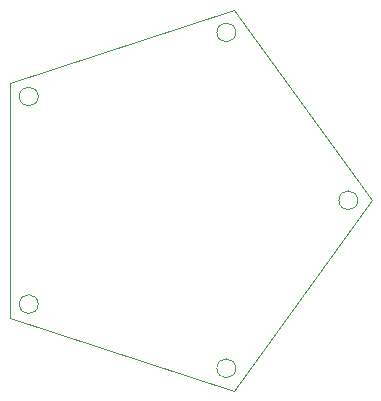
<source format=gbr>
%TF.GenerationSoftware,KiCad,Pcbnew,(6.0.8-1)-1*%
%TF.CreationDate,2022-11-30T21:42:08-05:00*%
%TF.ProjectId,Untitled,556e7469-746c-4656-942e-6b696361645f,rev?*%
%TF.SameCoordinates,Original*%
%TF.FileFunction,Profile,NP*%
%FSLAX46Y46*%
G04 Gerber Fmt 4.6, Leading zero omitted, Abs format (unit mm)*
G04 Created by KiCad (PCBNEW (6.0.8-1)-1) date 2022-11-30 21:42:08*
%MOMM*%
%LPD*%
G01*
G04 APERTURE LIST*
%TA.AperFunction,Profile*%
%ADD10C,0.100000*%
%TD*%
G04 APERTURE END LIST*
D10*
X92440000Y-49220000D02*
G75*
G03*
X92440000Y-49220000I-800000J0D01*
G01*
X92440000Y-66800000D02*
G75*
G03*
X92440000Y-66800000I-800000J0D01*
G01*
X108980000Y-41880000D02*
X90020000Y-48040000D01*
X90020000Y-67980000D02*
X108980000Y-74140000D01*
X90020000Y-48040000D02*
X90020000Y-67980000D01*
X120690000Y-58010000D02*
X108980000Y-74140000D01*
X119490000Y-58010000D02*
G75*
G03*
X119490000Y-58010000I-800000J0D01*
G01*
X109160000Y-72230000D02*
G75*
G03*
X109160000Y-72230000I-800000J0D01*
G01*
X109160000Y-43790000D02*
G75*
G03*
X109160000Y-43790000I-800000J0D01*
G01*
X120690000Y-58010000D02*
X108980000Y-41880000D01*
M02*

</source>
